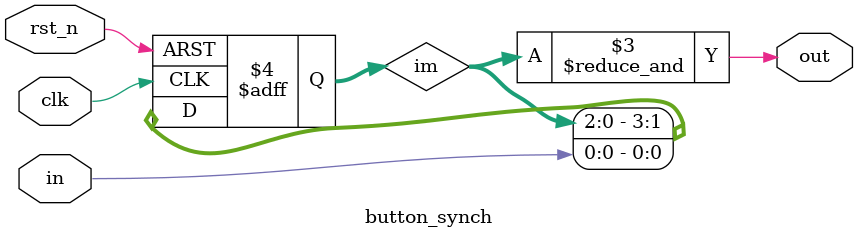
<source format=sv>
module button_synch(in, out, clk, rst_n);

input in, rst_n, clk;
output out;

logic [3:0] im; //intermediate

always_ff @(negedge clk, negedge rst_n) begin
	if(!rst_n) 
        im <= 4'b000;
	else	
        im <= {im[2:0], in};
end

assign out = &im;

endmodule
</source>
